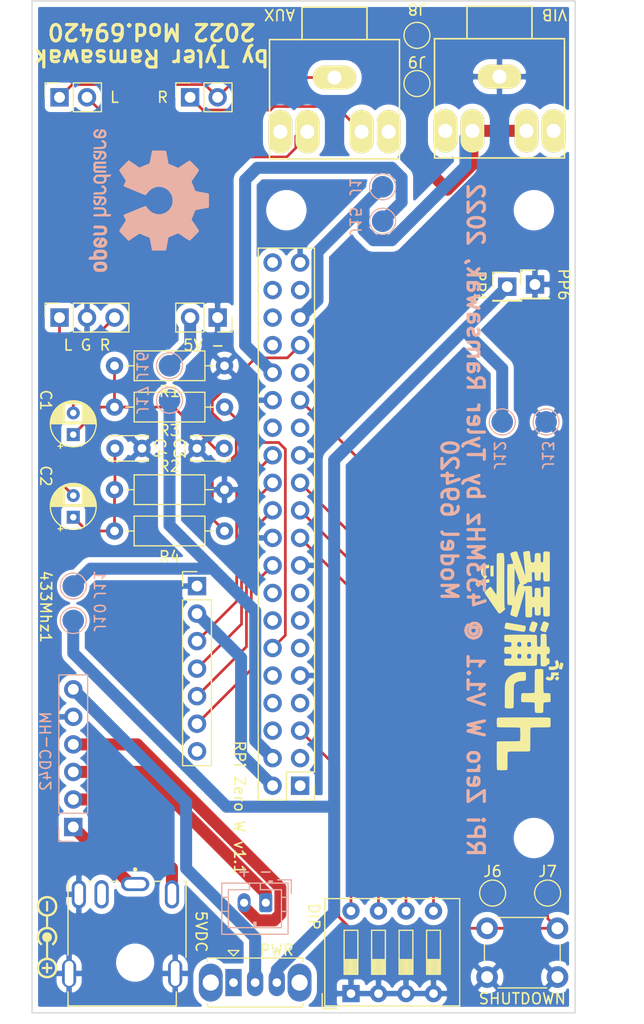
<source format=kicad_pcb>
(kicad_pcb (version 20171130) (host pcbnew "(5.1.12)-1")
  (layers (0 F.Cu signal) (31 B.Cu signal) (34 B.Paste user) (35 F.Paste user) (36 B.SilkS user) (37 F.SilkS user) (38 B.Mask user) (39 F.Mask user) (44 Edge.Cuts user))
  (net 0 "")
  (net 1 "Net-(C1-Pad1)")
  (net 2 "Net-(C1-Pad2)")
  (net 3 GND)
  (net 4 "Net-(R4-Pad1)")
  (net 5 "Net-(U1-Pad1)")
  (net 6 "Net-(U1-Pad3)")
  (net 7 "Net-(U1-Pad7)")
  (net 8 "Net-(U1-Pad11)")
  (net 9 "Net-(U1-Pad13)")
  (net 10 "Net-(U1-Pad15)")
  (net 11 "Net-(U1-Pad27)")
  (net 12 "Net-(U1-Pad28)")
  (net 13 "Net-(U1-Pad36)")
  (net 14 "Net-(U1-Pad38)")
  (net 15 "Net-(U1-Pad40)")
  (net 16 "Net-(U1-Pad8)")
  (net 17 "Net-(U1-Pad16)")
  (net 18 "Net-(433Mhz1-Pad2)")
  (net 19 "Net-(433Mhz1-Pad3)")
  (net 20 "Net-(433Mhz1-Pad4)")
  (net 21 "Net-(433Mhz1-Pad5)")
  (net 22 "Net-(433Mhz1-Pad6)")
  (net 23 "Net-(433Mhz1-Pad7)")
  (net 24 "Net-(U1-Pad31)")
  (net 25 "Net-(SW2-Pad1)")
  (net 26 "Net-(SW2-Pad2)")
  (net 27 "Net-(U1-Pad10)")
  (net 28 "Net-(Audio1-Pad2)")
  (net 29 "Net-(Audio1-Pad4)")
  (net 30 "Net-(Audio1-Pad5)")
  (net 31 "Net-(Audio1-Pad3)")
  (net 32 "Net-(Audio1-Pad1)")
  (net 33 "Net-(C2-Pad2)")
  (net 34 "Net-(C2-Pad1)")
  (net 35 "Net-(J11-Pad1)")
  (net 36 "Net-(J7-Pad1)")
  (net 37 "Net-(J10-Pad1)")
  (net 38 "Net-(J14-Pad1)")
  (net 39 "Net-(J14-Pad3)")
  (net 40 "Net-(J14-Pad4)")
  (net 41 "Net-(JST1-Pad1)")
  (net 42 "Net-(JST1-Pad2)")
  (net 43 "Net-(R3-Pad1)")
  (net 44 "Net-(SW1-Pad5)")
  (net 45 "Net-(SW1-Pad6)")
  (net 46 "Net-(SW1-Pad7)")
  (net 47 "Net-(SW1-Pad8)")
  (net 48 "Net-(Vibrator1-Pad2)")
  (net 49 "Net-(Vibrator1-Pad3)")
  (net 50 "Net-(J1-Pad1)")
  (net 51 "Net-(J15-Pad1)")
  (net 52 "Net-(U1-Pad37)")
  (net 53 "Net-(J16-Pad1)")
  (module TestPoint:TestPoint_Pad_D2.0mm (layer B.Cu) (at 206.375 76.835)
    (fp_text reference J16 (at -2.54 0 270 unlocked) (layer B.SilkS) (effects (justify mirror)))
    (fp_text value Conn_01x01_Male)
    (pad 1 smd circle (at 0 0) (size 2 2) (layers B.Cu B.Mask) (net 53 "Net-(J16-Pad1)"))
  )
  (module TestPoint:TestPoint_Pad_D2.0mm (layer B.Cu) (at 206.375 80.01)
    (fp_text reference J17 (at -2.54 0 270 unlocked) (layer B.SilkS) (effects (justify mirror)))
    (fp_text value Conn_01x01_Male)
    (pad 1 smd circle (at 0 0) (size 2 2) (layers B.Cu B.Mask) (net 35 "Net-(J11-Pad1)"))
  )
  (module TestPoint:TestPoint_Pad_D2.0mm (layer B.Cu) (at 226.06 63.5)
    (fp_text reference J15 (at -2.54 0 270 unlocked) (layer B.SilkS) (effects (justify mirror)))
    (fp_text value Conn_01x01_Male)
    (pad 1 smd circle (at 0 0) (size 2 2) (layers B.Cu B.Mask) (net 51 "Net-(J15-Pad1)"))
  )
  (module TestPoint:TestPoint_Pad_D2.0mm (layer B.Cu) (at 226.06 60.325)
    (fp_text reference J1 (at -2.54 0 270 unlocked) (layer B.SilkS) (effects (justify mirror)))
    (fp_text value Conn_01x01_Male)
    (pad 1 smd circle (at 0 0) (size 2 2) (layers B.Cu B.Mask) (net 50 "Net-(J1-Pad1)"))
  )
  (module Symbol:OSHW-Logo2_14.6x12mm_SilkScreen (layer B.Cu) (at 204.47 61.595 90)
    (fp_text reference REF** hide)
    (fp_text value OSHW-Logo2_14.6x12mm_SilkScreen hide)
  )
  (module main2:center_positive_smol (layer F.Cu) (at 195.072 129.54 90)
    (fp_text reference G*** hide)
    (fp_text value LOGO hide)
  )
  (module main2:ksan_smol (layer F.Cu) (at 238.633 104.14 90)
    (fp_text reference G*** hide)
    (fp_text value LOGO hide)
  )
  (module MountingHole:MountingHole_2.7mm_M2.5 (layer F.Cu) (at 217.17 120.396)
    (fp_text reference REF** hide)
    (fp_text value MountingHole_2.7mm_M2.5)
    (pad 1 np_thru_hole circle (at 0 0) (size 2.7 2.7) (drill 2.7) (layers *.Cu *.Mask))
  )
  (module MountingHole:MountingHole_2.7mm_M2.5 (layer F.Cu) (at 217.17 62.484)
    (fp_text reference REF** hide)
    (fp_text value MountingHole_2.7mm_M2.5)
    (pad 1 np_thru_hole circle (at 0 0) (size 2.7 2.7) (drill 2.7) (layers *.Cu *.Mask))
  )
  (module MountingHole:MountingHole_2.7mm_M2.5 (layer F.Cu) (at 240.03 120.396)
    (fp_text reference REF** hide)
    (fp_text value MountingHole_2.7mm_M2.5)
    (pad 1 np_thru_hole circle (at 0 0) (size 2.7 2.7) (drill 2.7) (layers *.Cu *.Mask))
  )
  (module MountingHole:MountingHole_2.7mm_M2.5 (layer F.Cu) (at 240.03 62.484)
    (fp_text reference REF** hide)
    (fp_text value MountingHole_2.7mm_M2.5)
    (pad 1 np_thru_hole circle (at 0 0) (size 2.7 2.7) (drill 2.7) (layers *.Cu *.Mask))
  )
  (module Connector_PinHeader_2.54mm:PinHeader_1x07_P2.54mm_Vertical (layer F.Cu) (at 208.915 97.155)
    (fp_text reference 433Mhz1 (at -13.97 1.905 270 unlocked) (layer F.SilkS))
    (fp_text value rfpt2272-m4)
    (pad 1 thru_hole rect (at 0 0) (size 1.7 1.7) (drill 1) (layers *.Cu *.Mask) (net 3 GND))
    (pad 2 thru_hole oval (at 0 2.54) (size 1.7 1.7) (drill 1) (layers *.Cu *.Mask) (net 18 "Net-(433Mhz1-Pad2)"))
    (pad 3 thru_hole oval (at 0 5.08) (size 1.7 1.7) (drill 1) (layers *.Cu *.Mask) (net 19 "Net-(433Mhz1-Pad3)"))
    (pad 4 thru_hole oval (at 0 7.62) (size 1.7 1.7) (drill 1) (layers *.Cu *.Mask) (net 20 "Net-(433Mhz1-Pad4)"))
    (pad 5 thru_hole oval (at 0 10.16) (size 1.7 1.7) (drill 1) (layers *.Cu *.Mask) (net 21 "Net-(433Mhz1-Pad5)"))
    (pad 6 thru_hole oval (at 0 12.7) (size 1.7 1.7) (drill 1) (layers *.Cu *.Mask) (net 22 "Net-(433Mhz1-Pad6)"))
    (pad 7 thru_hole oval (at 0 15.24) (size 1.7 1.7) (drill 1) (layers *.Cu *.Mask) (net 23 "Net-(433Mhz1-Pad7)"))
  )
  (module Capacitor_THT:CP_Radial_D4.0mm_P2.00mm (layer F.Cu) (at 197.485 90.805 90)
    (fp_text reference C2 (at 3.81 -2.54 270 unlocked) (layer F.SilkS))
    (fp_text value 10u)
    (pad 2 thru_hole circle (at 2 0 90) (size 1.2 1.2) (drill 0.6) (layers *.Cu *.Mask) (net 33 "Net-(C2-Pad2)"))
    (pad 1 thru_hole rect (at 0 0 90) (size 1.2 1.2) (drill 0.6) (layers *.Cu *.Mask) (net 34 "Net-(C2-Pad1)"))
  )
  (module Capacitor_THT:C_Disc_D3.4mm_W2.1mm_P2.50mm (layer F.Cu) (at 203.835 84.455 180)
    (fp_text reference C4 (at -1.651 0 270 unlocked) (layer F.SilkS))
    (fp_text value 33n)
    (pad 2 thru_hole circle (at 2.5 0 180) (size 1.6 1.6) (drill 0.8) (layers *.Cu *.Mask) (net 34 "Net-(C2-Pad1)"))
    (pad 1 thru_hole circle (at 0 0 180) (size 1.6 1.6) (drill 0.8) (layers *.Cu *.Mask) (net 3 GND))
  )
  (module Capacitor_THT:CP_Radial_D4.0mm_P2.00mm (layer F.Cu) (at 197.485 83.185 90)
    (fp_text reference C1 (at 3.175 -2.54 270 unlocked) (layer F.SilkS))
    (fp_text value 10u)
    (pad 1 thru_hole rect (at 0 0 90) (size 1.2 1.2) (drill 0.6) (layers *.Cu *.Mask) (net 1 "Net-(C1-Pad1)"))
    (pad 2 thru_hole circle (at 2 0 90) (size 1.2 1.2) (drill 0.6) (layers *.Cu *.Mask) (net 2 "Net-(C1-Pad2)"))
  )
  (module Capacitor_THT:C_Disc_D3.4mm_W2.1mm_P2.50mm (layer F.Cu) (at 208.915 84.455)
    (fp_text reference C3 (at -1.651 0 270 unlocked) (layer F.SilkS))
    (fp_text value 33n)
    (pad 1 thru_hole circle (at 0 0) (size 1.6 1.6) (drill 0.8) (layers *.Cu *.Mask) (net 3 GND))
    (pad 2 thru_hole circle (at 2.5 0) (size 1.6 1.6) (drill 0.8) (layers *.Cu *.Mask) (net 1 "Net-(C1-Pad1)"))
  )
  (module pi:CUI_PJ-085 (layer F.Cu) (at 203.2 135.89 90)
    (fp_text reference 5VDC (at 6.858 6.096 270 unlocked) (layer F.SilkS))
    (fp_text value PJ-085H)
    (pad S1 thru_hole oval (at 3 -6.1 90) (size 2.616 1.308) (drill oval 2.3 0.8) (layers *.Cu *.Mask) (net 3 GND))
    (pad None np_thru_hole circle (at 4 0 90) (size 2.5 2.5) (drill 2.5) (layers *.Cu *.Mask))
    (pad S2 thru_hole oval (at 3 3.7 90) (size 2.616 1.308) (drill oval 2.3 0.8) (layers *.Cu *.Mask) (net 3 GND))
    (pad 1 thru_hole oval (at 11.25 0 90) (size 1.308 2.616) (drill oval 0.8 2) (layers *.Cu *.Mask) (net 38 "Net-(J14-Pad1)"))
    (pad 3 thru_hole oval (at 10.3 -3.1 90) (size 2.616 1.308) (drill oval 2 0.8) (layers *.Cu *.Mask) (net 39 "Net-(J14-Pad3)"))
    (pad 2 thru_hole oval (at 10.3 -5.2 90) (size 2.616 1.308) (drill oval 2 0.8) (layers *.Cu *.Mask) (net 3 GND))
    (pad 4 thru_hole oval (at 10.3 3.4 90) (size 2.616 1.308) (drill oval 2 0.8) (layers *.Cu *.Mask) (net 40 "Net-(J14-Pad4)"))
  )
  (module Connector_JST:JST_PH_B2B-PH-K_1x02_P2.00mm_Vertical (layer B.Cu) (at 215.265 126.365 180)
    (fp_text reference "- +" (at 1 2.9) (layer B.SilkS) (effects (justify mirror)))
    (fp_text value Conn_01x02_Female)
    (pad 1 thru_hole roundrect (at 0 0 180) (size 1.2 1.75) (drill 0.75) (layers *.Cu *.Mask) (roundrect_rratio 0.2083325) (net 41 "Net-(JST1-Pad1)"))
    (pad 2 thru_hole oval (at 2 0 180) (size 1.2 1.75) (drill 0.75) (layers *.Cu *.Mask) (net 42 "Net-(JST1-Pad2)"))
  )
  (module Resistor_THT:R_Axial_DIN0207_L6.3mm_D2.5mm_P10.16mm_Horizontal (layer F.Cu) (at 211.455 92.075 180)
    (fp_text reference R4 (at 5.08 -2.37) (layer F.SilkS))
    (fp_text value 270R)
    (pad 1 thru_hole circle (at 0 0 180) (size 1.6 1.6) (drill 0.8) (layers *.Cu *.Mask) (net 4 "Net-(R4-Pad1)"))
    (pad 2 thru_hole oval (at 10.16 0 180) (size 1.6 1.6) (drill 0.8) (layers *.Cu *.Mask) (net 34 "Net-(C2-Pad1)"))
  )
  (module Resistor_THT:R_Axial_DIN0207_L6.3mm_D2.5mm_P10.16mm_Horizontal (layer F.Cu) (at 201.295 88.265)
    (fp_text reference R2 (at 5.08 -2.159) (layer F.SilkS))
    (fp_text value 150R)
    (pad 2 thru_hole oval (at 10.16 0) (size 1.6 1.6) (drill 0.8) (layers *.Cu *.Mask) (net 3 GND))
    (pad 1 thru_hole circle (at 0 0) (size 1.6 1.6) (drill 0.8) (layers *.Cu *.Mask) (net 34 "Net-(C2-Pad1)"))
  )
  (module Resistor_THT:R_Axial_DIN0207_L6.3mm_D2.5mm_P10.16mm_Horizontal (layer F.Cu) (at 211.455 76.835 180)
    (fp_text reference R1 (at 5.08 -2.37) (layer F.SilkS))
    (fp_text value 150R)
    (pad 1 thru_hole circle (at 0 0 180) (size 1.6 1.6) (drill 0.8) (layers *.Cu *.Mask) (net 3 GND))
    (pad 2 thru_hole oval (at 10.16 0 180) (size 1.6 1.6) (drill 0.8) (layers *.Cu *.Mask) (net 1 "Net-(C1-Pad1)"))
  )
  (module Resistor_THT:R_Axial_DIN0207_L6.3mm_D2.5mm_P10.16mm_Horizontal (layer F.Cu) (at 211.455 80.645 180)
    (fp_text reference R3 (at 5.08 -2.159) (layer F.SilkS))
    (fp_text value 270R)
    (pad 2 thru_hole oval (at 10.16 0 180) (size 1.6 1.6) (drill 0.8) (layers *.Cu *.Mask) (net 1 "Net-(C1-Pad1)"))
    (pad 1 thru_hole circle (at 0 0 180) (size 1.6 1.6) (drill 0.8) (layers *.Cu *.Mask) (net 43 "Net-(R3-Pad1)"))
  )
  (module Button_Switch_THT:SW_PUSH_6mm_H5mm (layer F.Cu) (at 242.212 133.223 180)
    (fp_text reference SHUTDOWN (at 3.25 -2) (layer F.SilkS))
    (fp_text value SW_Push)
    (pad 2 thru_hole circle (at 0 4.5 270) (size 2 2) (drill 1.1) (layers *.Cu *.Mask) (net 36 "Net-(J7-Pad1)"))
    (pad 1 thru_hole circle (at 0 0 270) (size 2 2) (drill 1.1) (layers *.Cu *.Mask) (net 3 GND))
    (pad 2 thru_hole circle (at 6.5 4.5 270) (size 2 2) (drill 1.1) (layers *.Cu *.Mask) (net 36 "Net-(J7-Pad1)"))
    (pad 1 thru_hole circle (at 6.5 0 270) (size 2 2) (drill 1.1) (layers *.Cu *.Mask) (net 3 GND))
  )
  (module Connector_PinHeader_2.54mm:PinHeader_2x20_P2.54mm_Vertical (layer F.Cu) (at 218.44 115.57 180)
    (fp_text reference "RPi Zero W v1.1" (at 5.588 -2.032 270 unlocked) (layer F.SilkS))
    (fp_text value RPiZeroWGPIO)
    (pad 1 thru_hole rect (at 0 0 180) (size 1.7 1.7) (drill 1) (layers *.Cu *.Mask) (net 5 "Net-(U1-Pad1)"))
    (pad 2 thru_hole oval (at 2.54 0 180) (size 1.7 1.7) (drill 1) (layers *.Cu *.Mask) (net 18 "Net-(433Mhz1-Pad2)"))
    (pad 3 thru_hole oval (at 0 2.54 180) (size 1.7 1.7) (drill 1) (layers *.Cu *.Mask) (net 6 "Net-(U1-Pad3)"))
    (pad 4 thru_hole oval (at 2.54 2.54 180) (size 1.7 1.7) (drill 1) (layers *.Cu *.Mask) (net 35 "Net-(J11-Pad1)"))
    (pad 5 thru_hole oval (at 0 5.08 180) (size 1.7 1.7) (drill 1) (layers *.Cu *.Mask) (net 36 "Net-(J7-Pad1)"))
    (pad 6 thru_hole oval (at 2.54 5.08 180) (size 1.7 1.7) (drill 1) (layers *.Cu *.Mask) (net 3 GND))
    (pad 7 thru_hole oval (at 0 7.62 180) (size 1.7 1.7) (drill 1) (layers *.Cu *.Mask) (net 7 "Net-(U1-Pad7)"))
    (pad 8 thru_hole oval (at 2.54 7.62 180) (size 1.7 1.7) (drill 1) (layers *.Cu *.Mask) (net 16 "Net-(U1-Pad8)"))
    (pad 9 thru_hole oval (at 0 10.16 180) (size 1.7 1.7) (drill 1) (layers *.Cu *.Mask) (net 3 GND))
    (pad 10 thru_hole oval (at 2.54 10.16 180) (size 1.7 1.7) (drill 1) (layers *.Cu *.Mask) (net 27 "Net-(U1-Pad10)"))
    (pad 11 thru_hole oval (at 0 12.7 180) (size 1.7 1.7) (drill 1) (layers *.Cu *.Mask) (net 8 "Net-(U1-Pad11)"))
    (pad 12 thru_hole oval (at 2.54 12.7 180) (size 1.7 1.7) (drill 1) (layers *.Cu *.Mask) (net 43 "Net-(R3-Pad1)"))
    (pad 13 thru_hole oval (at 0 15.24 180) (size 1.7 1.7) (drill 1) (layers *.Cu *.Mask) (net 9 "Net-(U1-Pad13)"))
    (pad 14 thru_hole oval (at 2.54 15.24 180) (size 1.7 1.7) (drill 1) (layers *.Cu *.Mask) (net 3 GND))
    (pad 15 thru_hole oval (at 0 17.78 180) (size 1.7 1.7) (drill 1) (layers *.Cu *.Mask) (net 10 "Net-(U1-Pad15)"))
    (pad 16 thru_hole oval (at 2.54 17.78 180) (size 1.7 1.7) (drill 1) (layers *.Cu *.Mask) (net 17 "Net-(U1-Pad16)"))
    (pad 17 thru_hole oval (at 0 20.32 180) (size 1.7 1.7) (drill 1) (layers *.Cu *.Mask) (net 3 GND))
    (pad 18 thru_hole oval (at 2.54 20.32 180) (size 1.7 1.7) (drill 1) (layers *.Cu *.Mask) (net 22 "Net-(433Mhz1-Pad6)"))
    (pad 19 thru_hole oval (at 0 22.86 180) (size 1.7 1.7) (drill 1) (layers *.Cu *.Mask) (net 47 "Net-(SW1-Pad8)"))
    (pad 20 thru_hole oval (at 2.54 22.86 180) (size 1.7 1.7) (drill 1) (layers *.Cu *.Mask) (net 3 GND))
    (pad 21 thru_hole oval (at 0 25.4 180) (size 1.7 1.7) (drill 1) (layers *.Cu *.Mask) (net 46 "Net-(SW1-Pad7)"))
    (pad 22 thru_hole oval (at 2.54 25.4 180) (size 1.7 1.7) (drill 1) (layers *.Cu *.Mask) (net 21 "Net-(433Mhz1-Pad5)"))
    (pad 23 thru_hole oval (at 0 27.94 180) (size 1.7 1.7) (drill 1) (layers *.Cu *.Mask) (net 45 "Net-(SW1-Pad6)"))
    (pad 24 thru_hole oval (at 2.54 27.94 180) (size 1.7 1.7) (drill 1) (layers *.Cu *.Mask) (net 20 "Net-(433Mhz1-Pad4)"))
    (pad 25 thru_hole oval (at 0 30.48 180) (size 1.7 1.7) (drill 1) (layers *.Cu *.Mask) (net 3 GND))
    (pad 26 thru_hole oval (at 2.54 30.48 180) (size 1.7 1.7) (drill 1) (layers *.Cu *.Mask) (net 19 "Net-(433Mhz1-Pad3)"))
    (pad 27 thru_hole oval (at 0 33.02 180) (size 1.7 1.7) (drill 1) (layers *.Cu *.Mask) (net 11 "Net-(U1-Pad27)"))
    (pad 28 thru_hole oval (at 2.54 33.02 180) (size 1.7 1.7) (drill 1) (layers *.Cu *.Mask) (net 12 "Net-(U1-Pad28)"))
    (pad 29 thru_hole oval (at 0 35.56 180) (size 1.7 1.7) (drill 1) (layers *.Cu *.Mask) (net 44 "Net-(SW1-Pad5)"))
    (pad 30 thru_hole oval (at 2.54 35.56 180) (size 1.7 1.7) (drill 1) (layers *.Cu *.Mask) (net 3 GND))
    (pad 31 thru_hole oval (at 0 38.1 180) (size 1.7 1.7) (drill 1) (layers *.Cu *.Mask) (net 24 "Net-(U1-Pad31)"))
    (pad 32 thru_hole oval (at 2.54 38.1 180) (size 1.7 1.7) (drill 1) (layers *.Cu *.Mask) (net 51 "Net-(J15-Pad1)"))
    (pad 33 thru_hole oval (at 0 40.64 180) (size 1.7 1.7) (drill 1) (layers *.Cu *.Mask) (net 4 "Net-(R4-Pad1)"))
    (pad 34 thru_hole oval (at 2.54 40.64 180) (size 1.7 1.7) (drill 1) (layers *.Cu *.Mask) (net 3 GND))
    (pad 35 thru_hole oval (at 0 43.18 180) (size 1.7 1.7) (drill 1) (layers *.Cu *.Mask) (net 50 "Net-(J1-Pad1)"))
    (pad 36 thru_hole oval (at 2.54 43.18 180) (size 1.7 1.7) (drill 1) (layers *.Cu *.Mask) (net 13 "Net-(U1-Pad36)"))
    (pad 37 thru_hole oval (at 0 45.72 180) (size 1.7 1.7) (drill 1) (layers *.Cu *.Mask) (net 52 "Net-(U1-Pad37)"))
    (pad 38 thru_hole oval (at 2.54 45.72 180) (size 1.7 1.7) (drill 1) (layers *.Cu *.Mask) (net 14 "Net-(U1-Pad38)"))
    (pad 39 thru_hole oval (at 0 48.26 180) (size 1.7 1.7) (drill 1) (layers *.Cu *.Mask) (net 3 GND))
    (pad 40 thru_hole oval (at 2.54 48.26 180) (size 1.7 1.7) (drill 1) (layers *.Cu *.Mask) (net 15 "Net-(U1-Pad40)"))
  )
  (module Connector_PinHeader_2.54mm:PinHeader_1x06_P2.54mm_Vertical (layer B.Cu) (at 197.485 119.38)
    (fp_text reference MH-CD42 (at -2.54 -6.985 -90) (layer B.SilkS) (effects (justify mirror)))
    (fp_text value MH-CD42P-PCB)
    (pad 1 thru_hole rect (at 0 0) (size 1.7 1.7) (drill 1) (layers *.Cu *.Mask) (net 38 "Net-(J14-Pad1)"))
    (pad 2 thru_hole oval (at 0 -2.54) (size 1.7 1.7) (drill 1) (layers *.Cu *.Mask) (net 40 "Net-(J14-Pad4)"))
    (pad 3 thru_hole oval (at 0 -5.08) (size 1.7 1.7) (drill 1) (layers *.Cu *.Mask) (net 41 "Net-(JST1-Pad1)"))
    (pad 4 thru_hole oval (at 0 -7.62) (size 1.7 1.7) (drill 1) (layers *.Cu *.Mask) (net 42 "Net-(JST1-Pad2)"))
    (pad 5 thru_hole oval (at 0 -10.16) (size 1.7 1.7) (drill 1) (layers *.Cu *.Mask) (net 3 GND))
    (pad 6 thru_hole oval (at 0 -12.7) (size 1.7 1.7) (drill 1) (layers *.Cu *.Mask) (net 26 "Net-(SW2-Pad2)"))
  )
  (module Connector_PinHeader_2.54mm:PinHeader_1x01_P2.54mm_Vertical (layer F.Cu) (at 237.57 69.54)
    (fp_text reference PP1 (at -2.53 0.01 270 unlocked) (layer F.SilkS))
    (fp_text value Conn_01x01)
    (pad 1 thru_hole rect (at 0 0) (size 1.7 1.7) (drill 1) (layers *.Cu *.Mask) (net 37 "Net-(J10-Pad1)"))
  )
  (module Connector_PinHeader_2.54mm:PinHeader_1x01_P2.54mm_Vertical (layer F.Cu) (at 240.134 69.332)
    (fp_text reference PP6 (at 2.666 0.008 270 unlocked) (layer F.SilkS))
    (fp_text value Conn_01x01)
    (pad 1 thru_hole rect (at 0 0) (size 1.7 1.7) (drill 1) (layers *.Cu *.Mask) (net 3 GND))
  )
  (module pi:PJ_307 (layer F.Cu) (at 221.615 55.245 270)
    (fp_text reference AUX (at -10.795 5.08 180 unlocked) (layer F.SilkS))
    (fp_text value AudioJack3_Dual_Ground_Switch hide)
    (pad 2 thru_hole oval (at 0 5 270) (size 4 2.2) (drill 1.3) (layers *.Cu *.Mask F.SilkS) (net 28 "Net-(Audio1-Pad2)"))
    (pad 4 thru_hole oval (at 0 2.5 270) (size 4 2.2) (drill 1.3) (layers *.Cu *.Mask F.SilkS) (net 29 "Net-(Audio1-Pad4)"))
    (pad 5 thru_hole oval (at 0 -2.5 270) (size 4 2.2) (drill 1.3) (layers *.Cu *.Mask F.SilkS) (net 30 "Net-(Audio1-Pad5)"))
    (pad 3 thru_hole oval (at 0 -5 270) (size 4 2.2) (drill 1.3) (layers *.Cu *.Mask F.SilkS) (net 31 "Net-(Audio1-Pad3)"))
    (pad 1 thru_hole oval (at -5 0 270) (size 2.2 4) (drill 1.3) (layers *.Cu *.Mask F.SilkS) (net 32 "Net-(Audio1-Pad1)"))
  )
  (module Connector_PinSocket_2.54mm:PinSocket_1x02_P2.54mm_Vertical (layer F.Cu) (at 208.28 52.07 90)
    (fp_text reference R (at 0 -2.54) (layer F.SilkS))
    (fp_text value Conn_01x02_Male)
    (pad 2 thru_hole oval (at 0 2.54 90) (size 1.7 1.7) (drill 1) (layers *.Cu *.Mask) (net 32 "Net-(Audio1-Pad1)"))
    (pad 1 thru_hole rect (at 0 0 90) (size 1.7 1.7) (drill 1) (layers *.Cu *.Mask) (net 30 "Net-(Audio1-Pad5)"))
  )
  (module Connector_PinSocket_2.54mm:PinSocket_1x02_P2.54mm_Vertical (layer F.Cu) (at 196.215 52.07 90)
    (fp_text reference L (at 0 5.08 180) (layer F.SilkS))
    (fp_text value Conn_01x02_Male hide)
    (pad 1 thru_hole rect (at 0 0 90) (size 1.7 1.7) (drill 1) (layers *.Cu *.Mask) (net 32 "Net-(Audio1-Pad1)"))
    (pad 2 thru_hole oval (at 0 2.54 90) (size 1.7 1.7) (drill 1) (layers *.Cu *.Mask) (net 29 "Net-(Audio1-Pad4)"))
  )
  (module Connector_PinSocket_2.54mm:PinSocket_1x02_P2.54mm_Vertical (layer F.Cu) (at 210.82 72.39 270)
    (fp_text reference "5V -" (at 2.54 1.27 180) (layer F.SilkS))
    (fp_text value Conn_01x02_Male)
    (pad 1 thru_hole rect (at 0 0 270) (size 1.7 1.7) (drill 1) (layers *.Cu *.Mask) (net 3 GND))
    (pad 2 thru_hole oval (at 0 2.54 270) (size 1.7 1.7) (drill 1) (layers *.Cu *.Mask) (net 53 "Net-(J16-Pad1)"))
  )
  (module Connector_PinSocket_2.54mm:PinSocket_1x03_P2.54mm_Vertical (layer F.Cu) (at 196.215 72.39 90)
    (fp_text reference "L G R" (at -2.54 2.54 180) (layer F.SilkS))
    (fp_text value Conn_01x03_Male)
    (pad 1 thru_hole rect (at 0 0 90) (size 1.7 1.7) (drill 1) (layers *.Cu *.Mask) (net 33 "Net-(C2-Pad2)"))
    (pad 2 thru_hole oval (at 0 2.54 90) (size 1.7 1.7) (drill 1) (layers *.Cu *.Mask) (net 3 GND))
    (pad 3 thru_hole oval (at 0 5.08 90) (size 1.7 1.7) (drill 1) (layers *.Cu *.Mask) (net 2 "Net-(C1-Pad2)"))
  )
  (module pi:PJ_307 (layer F.Cu) (at 236.855 55.165 270)
    (fp_text reference VIB (at -10.715 -5.08 180 unlocked) (layer F.SilkS))
    (fp_text value AudioJack3_Dual_Ground_Switch hide)
    (pad 2 thru_hole oval (at 0 5 270) (size 4 2.2) (drill 1.3) (layers *.Cu *.Mask F.SilkS) (net 48 "Net-(Vibrator1-Pad2)"))
    (pad 4 thru_hole oval (at 0 2.5 270) (size 4 2.2) (drill 1.3) (layers *.Cu *.Mask F.SilkS) (net 50 "Net-(J1-Pad1)"))
    (pad 5 thru_hole oval (at 0 -2.5 270) (size 4 2.2) (drill 1.3) (layers *.Cu *.Mask F.SilkS) (net 50 "Net-(J1-Pad1)"))
    (pad 3 thru_hole oval (at 0 -5 270) (size 4 2.2) (drill 1.3) (layers *.Cu *.Mask F.SilkS) (net 49 "Net-(Vibrator1-Pad3)"))
    (pad 1 thru_hole oval (at -5 0 270) (size 2.2 4) (drill 1.3) (layers *.Cu *.Mask F.SilkS) (net 3 GND))
  )
  (module TestPoint:TestPoint_Pad_D2.0mm (layer B.Cu) (at 197.485 97.155)
    (fp_text reference J11 (at 2.413 -0.127 270 unlocked) (layer B.SilkS) (effects (justify mirror)))
    (fp_text value Conn_01x01_Male)
    (pad 1 smd circle (at 0 0) (size 2 2) (layers B.Cu B.Mask) (net 35 "Net-(J11-Pad1)"))
  )
  (module Button_Switch_THT:SW_DIP_SPSTx04_Slide_9.78x12.34mm_W7.62mm_P2.54mm (layer F.Cu) (at 223.139 134.747 90)
    (fp_text reference DIP (at 7.112 -3.429 270 unlocked) (layer F.SilkS))
    (fp_text value SW_DIP_x04)
    (pad 1 thru_hole rect (at 0 0 90) (size 1.6 1.6) (drill 0.8) (layers *.Cu *.Mask) (net 3 GND))
    (pad 5 thru_hole oval (at 7.62 7.62 90) (size 1.6 1.6) (drill 0.8) (layers *.Cu *.Mask) (net 44 "Net-(SW1-Pad5)"))
    (pad 2 thru_hole oval (at 0 2.54 90) (size 1.6 1.6) (drill 0.8) (layers *.Cu *.Mask) (net 3 GND))
    (pad 6 thru_hole oval (at 7.62 5.08 90) (size 1.6 1.6) (drill 0.8) (layers *.Cu *.Mask) (net 45 "Net-(SW1-Pad6)"))
    (pad 3 thru_hole oval (at 0 5.08 90) (size 1.6 1.6) (drill 0.8) (layers *.Cu *.Mask) (net 3 GND))
    (pad 7 thru_hole oval (at 7.62 2.54 90) (size 1.6 1.6) (drill 0.8) (layers *.Cu *.Mask) (net 46 "Net-(SW1-Pad7)"))
    (pad 4 thru_hole oval (at 0 7.62 90) (size 1.6 1.6) (drill 0.8) (layers *.Cu *.Mask) (net 3 GND))
    (pad 8 thru_hole oval (at 7.62 0 90) (size 1.6 1.6) (drill 0.8) (layers *.Cu *.Mask) (net 47 "Net-(SW1-Pad8)"))
  )
  (module Button_Switch_THT:SW_Slide_1P2T_CK_OS102011MS2Q (layer F.Cu) (at 212.285 133.731)
    (fp_text reference PWR (at 3.99 -2.99) (layer F.SilkS))
    (fp_text value SW_SPDT)
    (pad 1 thru_hole rect (at 0 0) (size 1.5 2.5) (drill 0.8) (layers *.Cu *.Mask) (net 25 "Net-(SW2-Pad1)"))
    (pad 2 thru_hole oval (at 2 0) (size 1.5 2.5) (drill 0.8) (layers *.Cu *.Mask) (net 26 "Net-(SW2-Pad2)"))
    (pad 3 thru_hole oval (at 4 0) (size 1.5 2.5) (drill 0.8) (layers *.Cu *.Mask) (net 37 "Net-(J10-Pad1)"))
    (pad "" thru_hole oval (at -2.1 0) (size 2.2 3.5) (drill 1.5) (layers *.Cu *.Mask))
    (pad "" thru_hole oval (at 6.1 0) (size 2.2 3.5) (drill 1.5) (layers *.Cu *.Mask))
  )
  (module TestPoint:TestPoint_Pad_D2.0mm (layer B.Cu) (at 197.485 100.33)
    (fp_text reference J10 (at 2.413 -0.254 -90 unlocked) (layer B.SilkS) (effects (justify mirror)))
    (fp_text value Conn_01x01_Male)
    (pad 1 smd circle (at 0 0) (size 2 2) (layers B.Cu B.Mask) (net 37 "Net-(J10-Pad1)"))
  )
  (module TestPoint:TestPoint_Pad_D2.0mm (layer F.Cu) (at 236.22 125.476)
    (fp_text reference J6 (at 0 -1.998) (layer F.SilkS))
    (fp_text value Conn_01x01_Male)
    (pad 1 smd circle (at 0 0) (size 2 2) (layers F.Cu F.Mask) (net 3 GND))
  )
  (module TestPoint:TestPoint_Pad_D2.0mm (layer F.Cu) (at 241.3 125.476)
    (fp_text reference J7 (at 0 -1.998) (layer F.SilkS))
    (fp_text value Conn_01x01_Male)
    (pad 1 smd circle (at 0 0) (size 2 2) (layers F.Cu F.Mask) (net 36 "Net-(J7-Pad1)"))
  )
  (module TestPoint:TestPoint_Pad_D2.0mm (layer F.Cu) (at 229.235 46.355)
    (fp_text reference J8 (at 0 -2.413 180 unlocked) (layer F.SilkS))
    (fp_text value Conn_01x01_Male)
    (pad 1 smd circle (at 0 0) (size 2 2) (layers F.Cu F.Mask) (net 3 GND))
  )
  (module TestPoint:TestPoint_Pad_D2.0mm (layer F.Cu) (at 229.235 50.8)
    (fp_text reference J9 (at 0 -1.998 180 unlocked) (layer F.SilkS))
    (fp_text value Conn_01x01_Male)
    (pad 1 smd circle (at 0 0) (size 2 2) (layers F.Cu F.Mask) (net 50 "Net-(J1-Pad1)"))
  )
  (module TestPoint:TestPoint_Pad_D2.0mm (layer B.Cu) (at 237.110001 82.015001 270)
    (fp_text reference J12 (at 3.074999 0.255001 270 unlocked) (layer B.SilkS) (effects (justify mirror)))
    (fp_text value Conn_01x01_Male)
    (pad 1 smd circle (at 0 0 270) (size 2 2) (layers B.Cu B.Mask) (net 37 "Net-(J10-Pad1)"))
  )
  (module TestPoint:TestPoint_Pad_D2.0mm (layer B.Cu) (at 241.160001 82.015001 270)
    (fp_text reference J13 (at 3.074999 -0.139999 270 unlocked) (layer B.SilkS) (effects (justify mirror)))
    (fp_text value Conn_01x01_Male)
    (pad 1 smd circle (at 0 0 270) (size 2 2) (layers B.Cu B.Mask) (net 3 GND))
  )
  (gr_line (start 193.675 43.18) (end 193.675 46.482) (layer Edge.Cuts) (width 0.1))
  (gr_line (start 243.84 43.18) (end 243.84 46.482) (layer Edge.Cuts) (width 0.1))
  (gr_text "by Tyler Ramsawak\n2022 Mod.69420" (at 204.724 47.244 180) (layer F.SilkS) (effects (font (size 1.5 1.5) (thickness 0.3))))
  (gr_text "RPi Zero W V1.1 @ 433MHz by Tyler Ramsawak, 2022\nModel 69420" (at 233.426 91.059 -90) (layer B.SilkS) (effects (font (size 1.5 1.5) (thickness 0.3)) (justify mirror)))
  (gr_line (start 193.675 136.525) (end 194.31 136.525) (layer Edge.Cuts) (width 0.1))
  (gr_line (start 193.675 46.482) (end 193.675 136.525) (layer Edge.Cuts) (width 0.1))
  (gr_line (start 243.84 43.18) (end 193.675 43.18) (layer Edge.Cuts) (width 0.1))
  (gr_line (start 243.84 136.525) (end 194.31 136.525) (layer Edge.Cuts) (width 0.1))
  (gr_line (start 243.84 46.482) (end 243.84 136.525) (layer Edge.Cuts) (width 0.1))
  (segment (start 201.295 76.835) (end 201.295 80.645) (width 0.25) (layer F.Cu) (net 1))
  (segment (start 206.770002 80.645) (end 210.580002 84.455) (width 0.25) (layer F.Cu) (net 1))
  (segment (start 210.580002 84.455) (end 211.415 84.455) (width 0.25) (layer F.Cu) (net 1))
  (segment (start 201.295 80.645) (end 206.770002 80.645) (width 0.25) (layer F.Cu) (net 1))
  (segment (start 200.025 80.645) (end 197.485 83.185) (width 0.25) (layer F.Cu) (net 1))
  (segment (start 201.295 80.645) (end 200.025 80.645) (width 0.25) (layer F.Cu) (net 1))
  (segment (start 197.485 76.2) (end 197.485 81.185) (width 0.25) (layer F.Cu) (net 2))
  (segment (start 201.295 72.39) (end 197.485 76.2) (width 0.25) (layer F.Cu) (net 2))
  (segment (start 217.264999 76.105001) (end 218.44 74.93) (width 0.25) (layer F.Cu) (net 4))
  (segment (start 210.329999 80.104999) (end 214.329997 76.105001) (width 0.25) (layer F.Cu) (net 4))
  (segment (start 210.329999 81.185001) (end 210.329999 80.104999) (width 0.25) (layer F.Cu) (net 4))
  (segment (start 212.540001 84.995001) (end 212.540001 83.395003) (width 0.25) (layer F.Cu) (net 4))
  (segment (start 214.329997 76.105001) (end 217.264999 76.105001) (width 0.25) (layer F.Cu) (net 4))
  (segment (start 212.540001 83.395003) (end 210.329999 81.185001) (width 0.25) (layer F.Cu) (net 4))
  (segment (start 210.329999 87.205003) (end 212.540001 84.995001) (width 0.25) (layer F.Cu) (net 4))
  (segment (start 210.329999 90.949999) (end 210.329999 87.205003) (width 0.25) (layer F.Cu) (net 4))
  (segment (start 211.455 92.075) (end 210.329999 90.949999) (width 0.25) (layer F.Cu) (net 4))
  (segment (start 212.984989 103.764989) (end 208.915 99.695) (width 1.11) (layer B.Cu) (net 18))
  (segment (start 212.984989 112.654989) (end 212.984989 103.764989) (width 1.11) (layer B.Cu) (net 18))
  (segment (start 215.9 115.57) (end 212.984989 112.654989) (width 1.11) (layer B.Cu) (net 18))
  (segment (start 212.580001 88.409999) (end 215.9 85.09) (width 0.25) (layer F.Cu) (net 19))
  (segment (start 212.580001 98.569999) (end 212.580001 88.409999) (width 0.25) (layer F.Cu) (net 19))
  (segment (start 208.915 102.235) (end 212.580001 98.569999) (width 0.25) (layer F.Cu) (net 19))
  (segment (start 213.030011 90.499989) (end 215.9 87.63) (width 0.25) (layer F.Cu) (net 20))
  (segment (start 213.030011 100.659989) (end 213.030011 90.499989) (width 0.25) (layer F.Cu) (net 20))
  (segment (start 208.915 104.775) (end 213.030011 100.659989) (width 0.25) (layer F.Cu) (net 20))
  (segment (start 208.915 107.315) (end 213.480021 102.749979) (width 0.25) (layer F.Cu) (net 21))
  (segment (start 213.480021 92.589979) (end 215.9 90.17) (width 0.25) (layer F.Cu) (net 21))
  (segment (start 213.480021 102.749979) (end 213.480021 92.589979) (width 0.25) (layer F.Cu) (net 21))
  (segment (start 213.930031 97.219969) (end 213.930031 104.839969) (width 0.25) (layer F.Cu) (net 22))
  (segment (start 213.930031 104.839969) (end 208.915 109.855) (width 0.25) (layer F.Cu) (net 22))
  (segment (start 215.9 95.25) (end 213.930031 97.219969) (width 0.25) (layer F.Cu) (net 22))
  (segment (start 207.91001 117.10501) (end 197.485 106.68) (width 1.11) (layer B.Cu) (net 26))
  (segment (start 207.91001 123.201283) (end 207.91001 117.10501) (width 1.11) (layer B.Cu) (net 26))
  (segment (start 214.285 129.576273) (end 207.91001 123.201283) (width 1.11) (layer B.Cu) (net 26))
  (segment (start 214.285 133.731) (end 214.285 129.576273) (width 1.11) (layer B.Cu) (net 26))
  (segment (start 204.25501 57.57001) (end 198.755 52.07) (width 0.25) (layer F.Cu) (net 29))
  (segment (start 217.205258 57.57001) (end 204.25501 57.57001) (width 0.25) (layer F.Cu) (net 29))
  (segment (start 218.04001 56.735258) (end 217.205258 57.57001) (width 0.25) (layer F.Cu) (net 29))
  (segment (start 218.04001 55.64499) (end 218.04001 56.735258) (width 0.25) (layer F.Cu) (net 29))
  (segment (start 218.44 55.245) (end 218.04001 55.64499) (width 0.25) (layer F.Cu) (net 29))
  (segment (start 219.115 55.245) (end 218.44 55.245) (width 0.25) (layer F.Cu) (net 29))
  (segment (start 221.78999 52.91999) (end 224.115 55.245) (width 0.25) (layer F.Cu) (net 30))
  (segment (start 216.024742 52.91999) (end 221.78999 52.91999) (width 0.25) (layer F.Cu) (net 30))
  (segment (start 215.699731 53.245001) (end 216.024742 52.91999) (width 0.25) (layer F.Cu) (net 30))
  (segment (start 209.455001 53.245001) (end 215.699731 53.245001) (width 0.25) (layer F.Cu) (net 30))
  (segment (start 208.28 52.07) (end 209.455001 53.245001) (width 0.25) (layer F.Cu) (net 30))
  (segment (start 212.645 50.245) (end 210.82 52.07) (width 0.25) (layer F.Cu) (net 32))
  (segment (start 221.615 50.245) (end 212.645 50.245) (width 0.25) (layer F.Cu) (net 32))
  (segment (start 197.390001 50.894999) (end 196.215 52.07) (width 0.25) (layer F.Cu) (net 32))
  (segment (start 209.644999 50.894999) (end 197.390001 50.894999) (width 0.25) (layer F.Cu) (net 32))
  (segment (start 210.82 52.07) (end 209.644999 50.894999) (width 0.25) (layer F.Cu) (net 32))
  (segment (start 196.215 87.535) (end 196.215 72.39) (width 0.25) (layer F.Cu) (net 33))
  (segment (start 197.485 88.805) (end 196.215 87.535) (width 0.25) (layer F.Cu) (net 33))
  (segment (start 201.295 92.075) (end 201.295 88.265) (width 0.25) (layer F.Cu) (net 34))
  (segment (start 198.755 92.075) (end 197.485 90.805) (width 0.25) (layer F.Cu) (net 34))
  (segment (start 201.295 92.075) (end 198.755 92.075) (width 0.25) (layer F.Cu) (net 34))
  (segment (start 201.335 88.225) (end 201.295 88.265) (width 0.25) (layer F.Cu) (net 34))
  (segment (start 201.335 84.455) (end 201.335 88.225) (width 0.25) (layer F.Cu) (net 34))
  (segment (start 199.090001 95.549999) (end 197.485 97.155) (width 1.11) (layer B.Cu) (net 35))
  (segment (start 210.369001 95.549999) (end 199.090001 95.549999) (width 1.11) (layer B.Cu) (net 35))
  (segment (start 214.294999 99.475997) (end 210.369001 95.549999) (width 1.11) (layer B.Cu) (net 35))
  (segment (start 214.294999 111.424999) (end 214.294999 99.475997) (width 1.11) (layer B.Cu) (net 35))
  (segment (start 215.9 113.03) (end 214.294999 111.424999) (width 1.11) (layer B.Cu) (net 35))
  (segment (start 207.359999 92.540997) (end 210.369001 95.549999) (width 1.11) (layer B.Cu) (net 35))
  (segment (start 206.375 91.555998) (end 207.359999 92.540997) (width 1.11) (layer B.Cu) (net 35))
  (segment (start 206.375 80.01) (end 206.375 91.555998) (width 1.11) (layer B.Cu) (net 35))
  (segment (start 223.069998 128.723) (end 235.712 128.723) (width 0.25) (layer F.Cu) (net 36))
  (segment (start 222.013999 114.063999) (end 222.013999 127.667001) (width 0.25) (layer F.Cu) (net 36))
  (segment (start 222.013999 127.667001) (end 223.069998 128.723) (width 0.25) (layer F.Cu) (net 36))
  (segment (start 218.44 110.49) (end 222.013999 114.063999) (width 0.25) (layer F.Cu) (net 36))
  (segment (start 235.712 128.723) (end 242.212 128.723) (width 0.25) (layer F.Cu) (net 36))
  (segment (start 241.3 127.811) (end 242.212 128.723) (width 0.25) (layer F.Cu) (net 36))
  (segment (start 241.3 125.476) (end 241.3 127.811) (width 0.25) (layer F.Cu) (net 36))
  (segment (start 234.355 58.275) (end 234.355 55.165) (width 1.11) (layer F.Cu) (net 50))
  (segment (start 232.04 60.59) (end 234.355 58.275) (width 1.11) (layer F.Cu) (net 50))
  (segment (start 229.235 57.785) (end 232.04 60.59) (width 1.11) (layer F.Cu) (net 50))
  (segment (start 229.235 50.8) (end 229.235 57.785) (width 1.11) (layer F.Cu) (net 50))
  (segment (start 221.583999 117.506001) (end 221.583999 127.258621) (width 1.11) (layer B.Cu) (net 37))
  (segment (start 216.285 132.55762) (end 216.285 133.731) (width 1.11) (layer B.Cu) (net 37))
  (segment (start 221.583999 127.258621) (end 216.285 132.55762) (width 1.11) (layer B.Cu) (net 37))
  (segment (start 221.583999 85.526001) (end 221.583999 117.506001) (width 1.11) (layer B.Cu) (net 37))
  (segment (start 211.650599 117.506001) (end 221.583999 117.506001) (width 1.11) (layer B.Cu) (net 37))
  (segment (start 197.485 103.340402) (end 211.650599 117.506001) (width 1.11) (layer B.Cu) (net 37))
  (segment (start 197.485 100.33) (end 197.485 103.340402) (width 1.11) (layer B.Cu) (net 37))
  (segment (start 237.110001 77.090001) (end 233.565 73.545) (width 1.11) (layer B.Cu) (net 37))
  (segment (start 237.110001 82.015001) (end 237.110001 77.090001) (width 1.11) (layer B.Cu) (net 37))
  (segment (start 233.565 73.545) (end 221.583999 85.526001) (width 1.11) (layer B.Cu) (net 37))
  (segment (start 237.57 69.54) (end 233.565 73.545) (width 1.11) (layer B.Cu) (net 37))
  (segment (start 202.745 124.64) (end 197.485 119.38) (width 1.11) (layer F.Cu) (net 38))
  (segment (start 203.2 124.64) (end 202.745 124.64) (width 1.11) (layer F.Cu) (net 38))
  (segment (start 200.268 116.84) (end 197.485 116.84) (width 1.11) (layer F.Cu) (net 40))
  (segment (start 206.6 123.172) (end 200.268 116.84) (width 1.11) (layer F.Cu) (net 40))
  (segment (start 206.6 125.59) (end 206.6 123.172) (width 1.11) (layer F.Cu) (net 40))
  (segment (start 204.075 114.3) (end 197.485 114.3) (width 1.11) (layer F.Cu) (net 41))
  (segment (start 215.265 125.49) (end 204.075 114.3) (width 1.11) (layer F.Cu) (net 41))
  (segment (start 215.265 126.365) (end 215.265 125.49) (width 1.11) (layer F.Cu) (net 41))
  (segment (start 216.62001 124.992377) (end 203.387633 111.76) (width 1.11) (layer F.Cu) (net 42))
  (segment (start 216.62001 127.40629) (end 216.62001 124.992377) (width 1.11) (layer F.Cu) (net 42))
  (segment (start 203.387633 111.76) (end 197.485 111.76) (width 1.11) (layer F.Cu) (net 42))
  (segment (start 216.03129 127.99501) (end 216.62001 127.40629) (width 1.11) (layer F.Cu) (net 42))
  (segment (start 214.49871 127.99501) (end 216.03129 127.99501) (width 1.11) (layer F.Cu) (net 42))
  (segment (start 213.265 126.7613) (end 214.49871 127.99501) (width 1.11) (layer F.Cu) (net 42))
  (segment (start 213.265 126.365) (end 213.265 126.7613) (width 1.11) (layer F.Cu) (net 42))
  (segment (start 217.075001 101.694999) (end 215.9 102.87) (width 0.25) (layer F.Cu) (net 43))
  (segment (start 217.075001 84.525999) (end 217.075001 101.694999) (width 0.25) (layer F.Cu) (net 43))
  (segment (start 216.464001 83.914999) (end 217.075001 84.525999) (width 0.25) (layer F.Cu) (net 43))
  (segment (start 214.724999 83.914999) (end 216.464001 83.914999) (width 0.25) (layer F.Cu) (net 43))
  (segment (start 211.455 80.645) (end 214.724999 83.914999) (width 0.25) (layer F.Cu) (net 43))
  (segment (start 230.759 92.329) (end 218.44 80.01) (width 0.25) (layer F.Cu) (net 44))
  (segment (start 230.759 127.127) (end 230.759 92.329) (width 0.25) (layer F.Cu) (net 44))
  (segment (start 228.219 97.409) (end 218.44 87.63) (width 0.25) (layer F.Cu) (net 45))
  (segment (start 228.219 127.127) (end 228.219 97.409) (width 0.25) (layer F.Cu) (net 45))
  (segment (start 225.679 97.409) (end 218.44 90.17) (width 0.25) (layer F.Cu) (net 46))
  (segment (start 225.679 127.127) (end 225.679 97.409) (width 0.25) (layer F.Cu) (net 46))
  (segment (start 223.139 97.409) (end 218.44 92.71) (width 0.25) (layer F.Cu) (net 47))
  (segment (start 223.139 127.127) (end 223.139 97.409) (width 0.25) (layer F.Cu) (net 47))
  (segment (start 220.045001 66.339999) (end 226.06 60.325) (width 1.11) (layer B.Cu) (net 50))
  (segment (start 220.045001 70.784999) (end 220.045001 66.339999) (width 1.11) (layer B.Cu) (net 50))
  (segment (start 218.44 72.39) (end 220.045001 70.784999) (width 1.11) (layer B.Cu) (net 50))
  (segment (start 233.71001 55.80999) (end 234.355 55.165) (width 1.11) (layer B.Cu) (net 50))
  (segment (start 233.71001 58.447392) (end 233.71001 55.80999) (width 1.11) (layer B.Cu) (net 50))
  (segment (start 226.902401 65.255001) (end 233.71001 58.447392) (width 1.11) (layer B.Cu) (net 50))
  (segment (start 225.217599 65.255001) (end 226.902401 65.255001) (width 1.11) (layer B.Cu) (net 50))
  (segment (start 224.304999 64.342401) (end 225.217599 65.255001) (width 1.11) (layer B.Cu) (net 50))
  (segment (start 224.304999 62.080001) (end 224.304999 64.342401) (width 1.11) (layer B.Cu) (net 50))
  (segment (start 226.06 60.325) (end 224.304999 62.080001) (width 1.11) (layer B.Cu) (net 50))
  (segment (start 234.355 55.165) (end 239.355 55.165) (width 1.11) (layer F.Cu) (net 50))
  (segment (start 226.902401 58.569999) (end 214.480001 58.569999) (width 1.11) (layer B.Cu) (net 51))
  (segment (start 227.815001 59.482599) (end 226.902401 58.569999) (width 1.11) (layer B.Cu) (net 51))
  (segment (start 227.815001 61.744999) (end 227.815001 59.482599) (width 1.11) (layer B.Cu) (net 51))
  (segment (start 226.06 63.5) (end 227.815001 61.744999) (width 1.11) (layer B.Cu) (net 51))
  (segment (start 214.480001 58.569999) (end 213.36 59.69) (width 1.11) (layer B.Cu) (net 51))
  (segment (start 213.36 74.93) (end 215.9 77.47) (width 1.11) (layer B.Cu) (net 51))
  (segment (start 213.36 59.69) (end 213.36 74.93) (width 1.11) (layer B.Cu) (net 51))
  (segment (start 208.28 74.93) (end 206.375 76.835) (width 1.11) (layer B.Cu) (net 53))
  (segment (start 208.28 72.39) (end 208.28 74.93) (width 1.11) (layer B.Cu) (net 53))
  (zone (net 3) (net_name GND) (layer B.Cu) (connect_pads (clearance 0.508)) (min_thickness 0.254) (fill yes (arc_segments 32) (thermal_gap 0.508) (thermal_bridge_width 0.508))
    (polygon (pts (xy 243.84 136.525) (xy 193.675 136.525) (xy 193.675 43.18) (xy 243.84 43.18)))
  )
)
</source>
